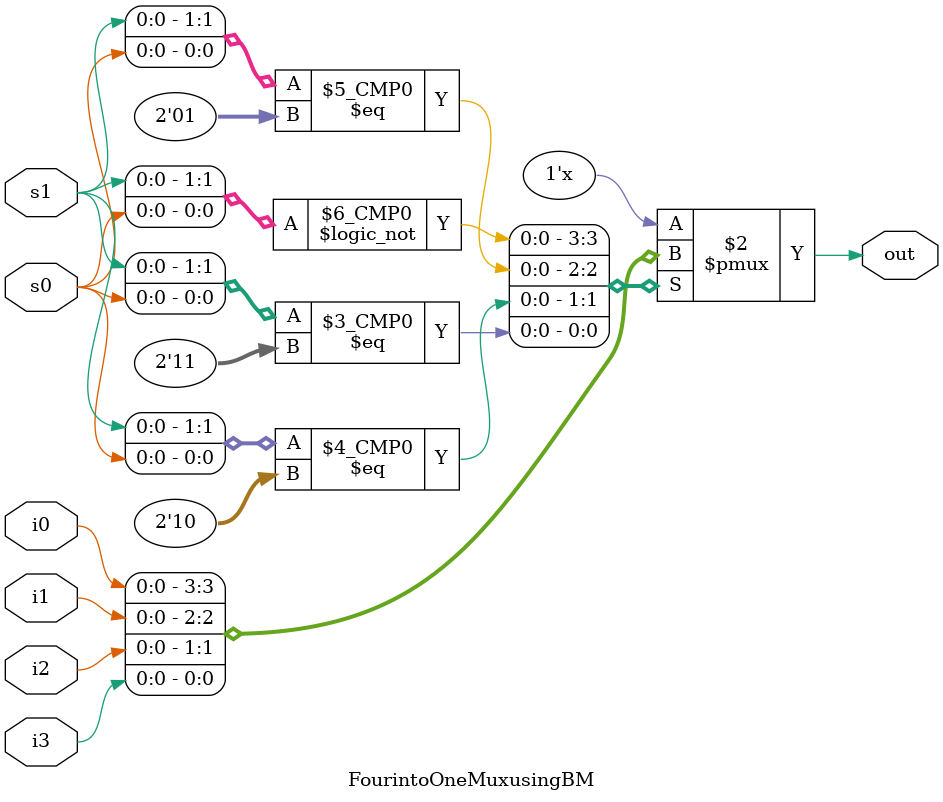
<source format=v>
module FourintoOneMuxusingBM(out,i0,i1,i2,i3,s1,s0);
  output out;
  input i0,i1,i2,i3,s1,s0;
  reg out;
  
  always @(s1 or s0 or i0 or i1 or i2 or i3)
  case({s1,s0})
    2'd0 : out = i0;
    2'd1 : out = i1;
    2'd2 : out = i2;
    2'd3 : out = i3;
    default: $display("Invalid control singals");
  endcase
endmodule
    

</source>
